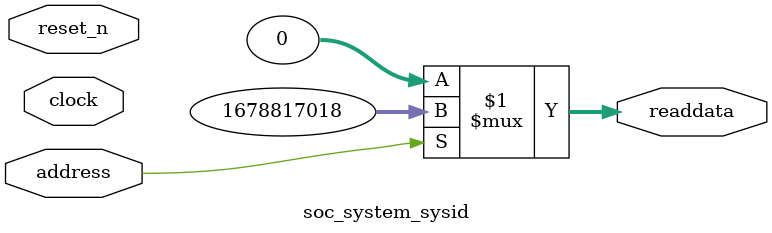
<source format=v>



// synthesis translate_off
`timescale 1ns / 1ps
// synthesis translate_on

// turn off superfluous verilog processor warnings 
// altera message_level Level1 
// altera message_off 10034 10035 10036 10037 10230 10240 10030 

module soc_system_sysid (
               // inputs:
                address,
                clock,
                reset_n,

               // outputs:
                readdata
             )
;

  output  [ 31: 0] readdata;
  input            address;
  input            clock;
  input            reset_n;

  wire    [ 31: 0] readdata;
  //control_slave, which is an e_avalon_slave
  assign readdata = address ? 1678817018 : 0;

endmodule



</source>
